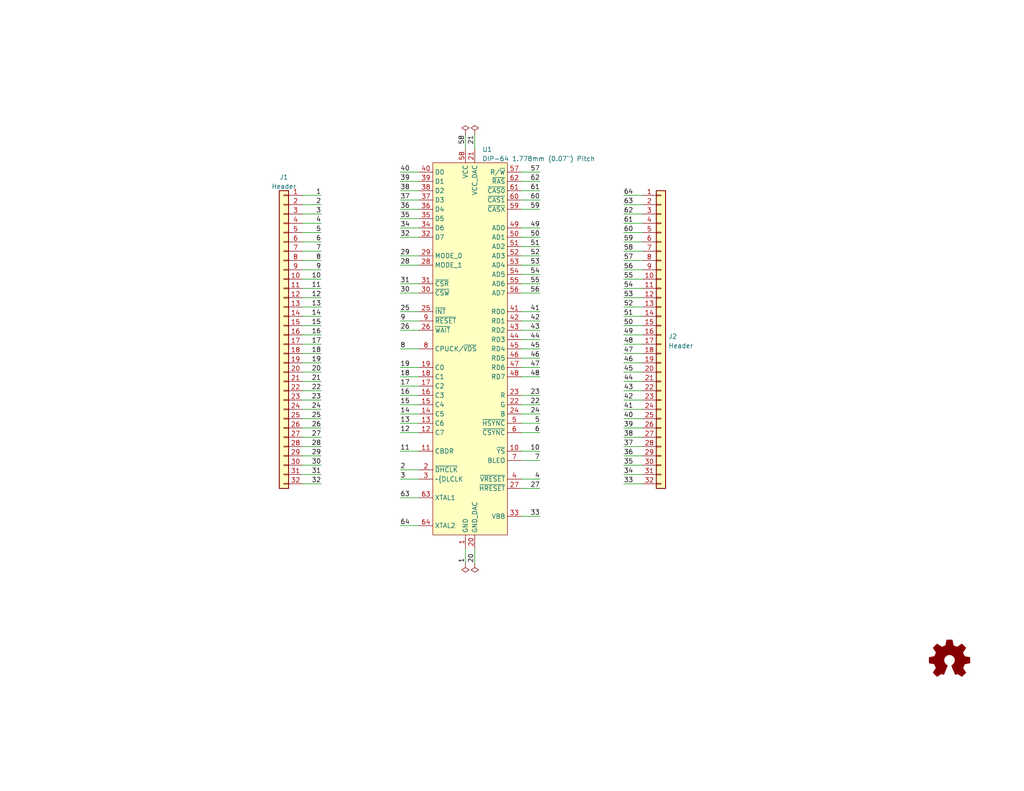
<source format=kicad_sch>
(kicad_sch (version 20230121) (generator eeschema)
  (paper "USLetter")
  (title_block (title "68-pin 1.778mm to 2.54mm DIP adaptor") (date "2023-08-24") (rev "1") (company "Frédéric Segard") (comment 1 "@microhobbyist"))
  (lib_symbols
    (symbol "0_Library:V9958"
      (property "Reference" "U" (at -10.16 0 0))
      (property "Value" "V9958" (at 10.16 0 0))
      (symbol "V9958_0_1"
        (rectangle (start -10.16 -1.27) (end 10.16 -102.87) (stroke (width 0.1524)) (fill (type background)))
      )
      (symbol "V9958_1_1"
        (pin power_in line (at -1.27 -106.68 90) (length 3.81) (name "GND") (number "1"))
        (pin output line (at 13.97 -80.01 180) (length 3.81) (name "~{YS}") (number "10"))
        (pin output line (at -13.97 -80.01 0) (length 3.81) (name "CBDR") (number "11"))
        (pin bidirectional line (at -13.97 -74.93 0) (length 3.81) (name "C7") (number "12"))
        (pin bidirectional line (at -13.97 -72.39 0) (length 3.81) (name "C6") (number "13"))
        (pin bidirectional line (at -13.97 -69.85 0) (length 3.81) (name "C5") (number "14"))
        (pin bidirectional line (at -13.97 -67.31 0) (length 3.81) (name "C4") (number "15"))
        (pin bidirectional line (at -13.97 -64.77 0) (length 3.81) (name "C3") (number "16"))
        (pin bidirectional line (at -13.97 -62.23 0) (length 3.81) (name "C2") (number "17"))
        (pin bidirectional line (at -13.97 -59.69 0) (length 3.81) (name "C1") (number "18"))
        (pin bidirectional line (at -13.97 -57.15 0) (length 3.81) (name "C0") (number "19"))
        (pin open_collector line (at -13.97 -85.09 0) (length 3.81) (name "~{DHCLK}") (number "2"))
        (pin power_in line (at 1.27 -106.68 90) (length 3.81) (name "GND_DAC") (number "20"))
        (pin power_in line (at 1.27 2.54 270) (length 3.81) (name "VCC_DAC") (number "21"))
        (pin output line (at 13.97 -67.31 180) (length 3.81) (name "G") (number "22"))
        (pin output line (at 13.97 -64.77 180) (length 3.81) (name "R") (number "23"))
        (pin output line (at 13.97 -69.85 180) (length 3.81) (name "B") (number "24"))
        (pin output line (at -13.97 -41.91 0) (length 3.81) (name "~{INT}") (number "25"))
        (pin output line (at -13.97 -46.99 0) (length 3.81) (name "~{WAIT}") (number "26"))
        (pin input line (at 13.97 -90.17 180) (length 3.81) (name "~{HRESET}") (number "27"))
        (pin input line (at -13.97 -29.21 0) (length 3.81) (name "MODE_1") (number "28"))
        (pin input line (at -13.97 -26.67 0) (length 3.81) (name "MODE_0") (number "29"))
        (pin open_collector line (at -13.97 -87.63 0) (length 3.81) (name "~{DLCLK") (number "3"))
        (pin input line (at -13.97 -36.83 0) (length 3.81) (name "~{CSW}") (number "30"))
        (pin input line (at -13.97 -34.29 0) (length 3.81) (name "~{CSR}") (number "31"))
        (pin bidirectional line (at -13.97 -21.59 0) (length 3.81) (name "D7") (number "32"))
        (pin output line (at 13.97 -97.79 180) (length 3.81) (name "VBB") (number "33"))
        (pin bidirectional line (at -13.97 -19.05 0) (length 3.81) (name "D6") (number "34"))
        (pin bidirectional line (at -13.97 -16.51 0) (length 3.81) (name "D5") (number "35"))
        (pin bidirectional line (at -13.97 -13.97 0) (length 3.81) (name "D4") (number "36"))
        (pin bidirectional line (at -13.97 -11.43 0) (length 3.81) (name "D3") (number "37"))
        (pin bidirectional line (at -13.97 -8.89 0) (length 3.81) (name "D2") (number "38"))
        (pin bidirectional line (at -13.97 -6.35 0) (length 3.81) (name "D1") (number "39"))
        (pin input line (at 13.97 -87.63 180) (length 3.81) (name "~{VRESET}") (number "4"))
        (pin bidirectional line (at -13.97 -3.81 0) (length 3.81) (name "D0") (number "40"))
        (pin bidirectional line (at 13.97 -41.91 180) (length 3.81) (name "RD0") (number "41"))
        (pin bidirectional line (at 13.97 -44.45 180) (length 3.81) (name "RD1") (number "42"))
        (pin bidirectional line (at 13.97 -46.99 180) (length 3.81) (name "RD2") (number "43"))
        (pin bidirectional line (at 13.97 -49.53 180) (length 3.81) (name "RD3") (number "44"))
        (pin bidirectional line (at 13.97 -52.07 180) (length 3.81) (name "RD4") (number "45"))
        (pin bidirectional line (at 13.97 -54.61 180) (length 3.81) (name "RD5") (number "46"))
        (pin bidirectional line (at 13.97 -57.15 180) (length 3.81) (name "RD6") (number "47"))
        (pin bidirectional line (at 13.97 -59.69 180) (length 3.81) (name "RD7") (number "48"))
        (pin output line (at 13.97 -19.05 180) (length 3.81) (name "AD0") (number "49"))
        (pin output line (at 13.97 -72.39 180) (length 3.81) (name "~{HSYNC}") (number "5"))
        (pin output line (at 13.97 -21.59 180) (length 3.81) (name "AD1") (number "50"))
        (pin output line (at 13.97 -24.13 180) (length 3.81) (name "AD2") (number "51"))
        (pin output line (at 13.97 -26.67 180) (length 3.81) (name "AD3") (number "52"))
        (pin output line (at 13.97 -29.21 180) (length 3.81) (name "AD4") (number "53"))
        (pin output line (at 13.97 -31.75 180) (length 3.81) (name "AD5") (number "54"))
        (pin output line (at 13.97 -34.29 180) (length 3.81) (name "AD6") (number "55"))
        (pin output line (at 13.97 -36.83 180) (length 3.81) (name "AD7") (number "56"))
        (pin output line (at 13.97 -3.81 180) (length 3.81) (name "R/~{W}") (number "57"))
        (pin power_in line (at -1.27 2.54 270) (length 3.81) (name "VCC") (number "58"))
        (pin output line (at 13.97 -13.97 180) (length 3.81) (name "~{CASX}") (number "59"))
        (pin output line (at 13.97 -74.93 180) (length 3.81) (name "~{CSYNC}") (number "6"))
        (pin output line (at 13.97 -11.43 180) (length 3.81) (name "~{CAS1}") (number "60"))
        (pin output line (at 13.97 -8.89 180) (length 3.81) (name "~{CAS0}") (number "61"))
        (pin output line (at 13.97 -6.35 180) (length 3.81) (name "~{RAS}") (number "62"))
        (pin input line (at -13.97 -92.71 0) (length 3.81) (name "XTAL1") (number "63"))
        (pin input line (at -13.97 -100.33 0) (length 3.81) (name "XTAL2") (number "64"))
        (pin open_collector line (at 13.97 -82.55 180) (length 3.81) (name "BLEO") (number "7"))
        (pin output line (at -13.97 -52.07 0) (length 3.81) (name "CPUCK/~{VDS}") (number "8"))
        (pin input line (at -13.97 -44.45 0) (length 3.81) (name "~{RESET}") (number "9"))
      )
    )
    (symbol "Connector_Generic:Conn_01x32" (pin_names (offset 1.016) hide)
      (property "Reference" "J" (at 0 40.64 0))
      (property "Value" "Conn_01x32" (at 0 -43.18 0))
      (symbol "Conn_01x32_1_1"
        (rectangle (start -1.27 -40.513) (end 0 -40.767) (stroke (width 0.1524)))
        (rectangle (start -1.27 -37.973) (end 0 -38.227) (stroke (width 0.1524)))
        (rectangle (start -1.27 -35.433) (end 0 -35.687) (stroke (width 0.1524)))
        (rectangle (start -1.27 -32.893) (end 0 -33.147) (stroke (width 0.1524)))
        (rectangle (start -1.27 -30.353) (end 0 -30.607) (stroke (width 0.1524)))
        (rectangle (start -1.27 -27.813) (end 0 -28.067) (stroke (width 0.1524)))
        (rectangle (start -1.27 -25.273) (end 0 -25.527) (stroke (width 0.1524)))
        (rectangle (start -1.27 -22.733) (end 0 -22.987) (stroke (width 0.1524)))
        (rectangle (start -1.27 -20.193) (end 0 -20.447) (stroke (width 0.1524)))
        (rectangle (start -1.27 -17.653) (end 0 -17.907) (stroke (width 0.1524)))
        (rectangle (start -1.27 -15.113) (end 0 -15.367) (stroke (width 0.1524)))
        (rectangle (start -1.27 -12.573) (end 0 -12.827) (stroke (width 0.1524)))
        (rectangle (start -1.27 -10.033) (end 0 -10.287) (stroke (width 0.1524)))
        (rectangle (start -1.27 -7.493) (end 0 -7.747) (stroke (width 0.1524)))
        (rectangle (start -1.27 -4.953) (end 0 -5.207) (stroke (width 0.1524)))
        (rectangle (start -1.27 -2.413) (end 0 -2.667) (stroke (width 0.1524)))
        (rectangle (start -1.27 0.127) (end 0 -0.127) (stroke (width 0.1524)))
        (rectangle (start -1.27 2.667) (end 0 2.413) (stroke (width 0.1524)))
        (rectangle (start -1.27 5.207) (end 0 4.953) (stroke (width 0.1524)))
        (rectangle (start -1.27 7.747) (end 0 7.493) (stroke (width 0.1524)))
        (rectangle (start -1.27 10.287) (end 0 10.033) (stroke (width 0.1524)))
        (rectangle (start -1.27 12.827) (end 0 12.573) (stroke (width 0.1524)))
        (rectangle (start -1.27 15.367) (end 0 15.113) (stroke (width 0.1524)))
        (rectangle (start -1.27 17.907) (end 0 17.653) (stroke (width 0.1524)))
        (rectangle (start -1.27 20.447) (end 0 20.193) (stroke (width 0.1524)))
        (rectangle (start -1.27 22.987) (end 0 22.733) (stroke (width 0.1524)))
        (rectangle (start -1.27 25.527) (end 0 25.273) (stroke (width 0.1524)))
        (rectangle (start -1.27 28.067) (end 0 27.813) (stroke (width 0.1524)))
        (rectangle (start -1.27 30.607) (end 0 30.353) (stroke (width 0.1524)))
        (rectangle (start -1.27 33.147) (end 0 32.893) (stroke (width 0.1524)))
        (rectangle (start -1.27 35.687) (end 0 35.433) (stroke (width 0.1524)))
        (rectangle (start -1.27 38.227) (end 0 37.973) (stroke (width 0.1524)))
        (rectangle (start -1.27 39.37) (end 1.27 -41.91) (stroke (width 0.254)) (fill (type background)))
        (pin passive line (at -5.08 38.1 0) (length 3.81) (name "Pin_1") (number "1"))
        (pin passive line (at -5.08 15.24 0) (length 3.81) (name "Pin_10") (number "10"))
        (pin passive line (at -5.08 12.7 0) (length 3.81) (name "Pin_11") (number "11"))
        (pin passive line (at -5.08 10.16 0) (length 3.81) (name "Pin_12") (number "12"))
        (pin passive line (at -5.08 7.62 0) (length 3.81) (name "Pin_13") (number "13"))
        (pin passive line (at -5.08 5.08 0) (length 3.81) (name "Pin_14") (number "14"))
        (pin passive line (at -5.08 2.54 0) (length 3.81) (name "Pin_15") (number "15"))
        (pin passive line (at -5.08 0 0) (length 3.81) (name "Pin_16") (number "16"))
        (pin passive line (at -5.08 -2.54 0) (length 3.81) (name "Pin_17") (number "17"))
        (pin passive line (at -5.08 -5.08 0) (length 3.81) (name "Pin_18") (number "18"))
        (pin passive line (at -5.08 -7.62 0) (length 3.81) (name "Pin_19") (number "19"))
        (pin passive line (at -5.08 35.56 0) (length 3.81) (name "Pin_2") (number "2"))
        (pin passive line (at -5.08 -10.16 0) (length 3.81) (name "Pin_20") (number "20"))
        (pin passive line (at -5.08 -12.7 0) (length 3.81) (name "Pin_21") (number "21"))
        (pin passive line (at -5.08 -15.24 0) (length 3.81) (name "Pin_22") (number "22"))
        (pin passive line (at -5.08 -17.78 0) (length 3.81) (name "Pin_23") (number "23"))
        (pin passive line (at -5.08 -20.32 0) (length 3.81) (name "Pin_24") (number "24"))
        (pin passive line (at -5.08 -22.86 0) (length 3.81) (name "Pin_25") (number "25"))
        (pin passive line (at -5.08 -25.4 0) (length 3.81) (name "Pin_26") (number "26"))
        (pin passive line (at -5.08 -27.94 0) (length 3.81) (name "Pin_27") (number "27"))
        (pin passive line (at -5.08 -30.48 0) (length 3.81) (name "Pin_28") (number "28"))
        (pin passive line (at -5.08 -33.02 0) (length 3.81) (name "Pin_29") (number "29"))
        (pin passive line (at -5.08 33.02 0) (length 3.81) (name "Pin_3") (number "3"))
        (pin passive line (at -5.08 -35.56 0) (length 3.81) (name "Pin_30") (number "30"))
        (pin passive line (at -5.08 -38.1 0) (length 3.81) (name "Pin_31") (number "31"))
        (pin passive line (at -5.08 -40.64 0) (length 3.81) (name "Pin_32") (number "32"))
        (pin passive line (at -5.08 30.48 0) (length 3.81) (name "Pin_4") (number "4"))
        (pin passive line (at -5.08 27.94 0) (length 3.81) (name "Pin_5") (number "5"))
        (pin passive line (at -5.08 25.4 0) (length 3.81) (name "Pin_6") (number "6"))
        (pin passive line (at -5.08 22.86 0) (length 3.81) (name "Pin_7") (number "7"))
        (pin passive line (at -5.08 20.32 0) (length 3.81) (name "Pin_8") (number "8"))
        (pin passive line (at -5.08 17.78 0) (length 3.81) (name "Pin_9") (number "9"))
      )
    )
    (symbol "Graphic:Logo_Open_Hardware_Small" (in_bom no) (on_board no)
      (symbol "Logo_Open_Hardware_Small_0_1"
        (polyline (pts (xy 3.3528 -4.3434) (xy 3.302 -4.318) (xy 3.175 -4.2418) (xy 2.9972 -4.1148) (xy 2.7686 -3.9624) (xy 2.54 -3.81) (xy 2.3622 -3.7084) (xy 2.2352 -3.6068) (xy 2.1844 -3.5814) (xy 2.159 -3.6068) (xy 2.0574 -3.6576) (xy 1.905 -3.7338) (xy 1.8034 -3.7846) (xy 1.6764 -3.8354) (xy 1.6002 -3.8354) (xy 1.6002 -3.8354) (xy 1.5494 -3.7338) (xy 1.4732 -3.5306) (xy 1.3462 -3.302) (xy 1.2446 -3.0226) (xy 1.1176 -2.7178) (xy 0.9652 -2.413) (xy 0.8636 -2.1082) (xy 0.7366 -1.8288) (xy 0.6604 -1.6256) (xy 0.6096 -1.4732) (xy 0.5842 -1.397) (xy 0.5842 -1.397) (xy 0.6604 -1.3208) (xy 0.7874 -1.2446) (xy 1.0414 -1.016) (xy 1.2954 -0.6858) (xy 1.4478 -0.3302) (xy 1.524 0.0762) (xy 1.4732 0.4572) (xy 1.3208 0.8128) (xy 1.0668 1.143) (xy 0.762 1.3716) (xy 0.4064 1.524) (xy 0 1.5748) (xy -0.381 1.5494) (xy -0.7366 1.397) (xy -1.0668 1.143) (xy -1.2192 0.9906) (xy -1.397 0.6604) (xy -1.524 0.3048) (xy -1.524 0.2286) (xy -1.4986 -0.1778) (xy -1.397 -0.5334) (xy -1.1938 -0.8636) (xy -0.9144 -1.143) (xy -0.8636 -1.1684) (xy -0.7366 -1.27) (xy -0.635 -1.3462) (xy -0.5842 -1.397) (xy -1.0668 -2.5908) (xy -1.143 -2.794) (xy -1.2954 -3.1242) (xy -1.397 -3.4036) (xy -1.4986 -3.6322) (xy -1.5748 -3.7846) (xy -1.6002 -3.8354) (xy -1.6002 -3.8354) (xy -1.651 -3.8354) (xy -1.7272 -3.81) (xy -1.905 -3.7338) (xy -2.0066 -3.683) (xy -2.1336 -3.6068) (xy -2.2098 -3.5814) (xy -2.2606 -3.6068) (xy -2.3622 -3.683) (xy -2.54 -3.81) (xy -2.7686 -3.9624) (xy -2.9718 -4.0894) (xy -3.1496 -4.2164) (xy -3.302 -4.318) (xy -3.3528 -4.3434) (xy -3.3782 -4.3434) (xy -3.429 -4.318) (xy -3.5306 -4.2164) (xy -3.7084 -4.064) (xy -3.937 -3.8354) (xy -3.9624 -3.81) (xy -4.1656 -3.6068) (xy -4.318 -3.4544) (xy -4.4196 -3.3274) (xy -4.445 -3.2766) (xy -4.445 -3.2766) (xy -4.4196 -3.2258) (xy -4.318 -3.0734) (xy -4.2164 -2.8956) (xy -4.064 -2.667) (xy -3.6576 -2.0828) (xy -3.8862 -1.5494) (xy -3.937 -1.3716) (xy -4.0386 -1.1684) (xy -4.0894 -1.0414) (xy -4.1148 -0.9652) (xy -4.191 -0.9398) (xy -4.318 -0.9144) (xy -4.5466 -0.8636) (xy -4.8006 -0.8128) (xy -5.0546 -0.7874) (xy -5.2578 -0.7366) (xy -5.4356 -0.7112) (xy -5.5118 -0.6858) (xy -5.5118 -0.6858) (xy -5.5372 -0.635) (xy -5.5372 -0.5588) (xy -5.5372 -0.4318) (xy -5.5626 -0.2286) (xy -5.5626 0.0762) (xy -5.5626 0.127) (xy -5.5372 0.4064) (xy -5.5372 0.635) (xy -5.5372 0.762) (xy -5.5372 0.8382) (xy -5.5372 0.8382) (xy -5.461 0.8382) (xy -5.3086 0.889) (xy -5.08 0.9144) (xy -4.826 0.9652) (xy -4.8006 0.9906) (xy -4.5466 1.0414) (xy -4.318 1.0668) (xy -4.1656 1.1176) (xy -4.0894 1.143) (xy -4.0894 1.143) (xy -4.0386 1.2446) (xy -3.9624 1.4224) (xy -3.8608 1.6256) (xy -3.7846 1.8288) (xy -3.7084 2.0066) (xy -3.6576 2.159) (xy -3.6322 2.2098) (xy -3.6322 2.2098) (xy -3.683 2.286) (xy -3.7592 2.413) (xy -3.8862 2.5908) (xy -4.064 2.8194) (xy -4.064 2.8448) (xy -4.2164 3.0734) (xy -4.3434 3.2512) (xy -4.4196 3.3782) (xy -4.445 3.4544) (xy -4.445 3.4544) (xy -4.3942 3.5052) (xy -4.2926 3.6322) (xy -4.1148 3.81) (xy -3.937 4.0132) (xy -3.8608 4.064) (xy -3.6576 4.2926) (xy -3.5052 4.4196) (xy -3.4036 4.4958) (xy -3.3528 4.5212) (xy -3.3528 4.5212) (xy -3.302 4.4704) (xy -3.1496 4.3688) (xy -2.9718 4.2418) (xy -2.7432 4.0894) (xy -2.7178 4.0894) (xy -2.4892 3.937) (xy -2.3114 3.81) (xy -2.1844 3.7084) (xy -2.1336 3.683) (xy -2.1082 3.683) (xy -2.032 3.7084) (xy -1.8542 3.7592) (xy -1.6764 3.8354) (xy -1.4732 3.937) (xy -1.27 4.0132) (xy -1.143 4.064) (xy -1.0668 4.1148) (xy -1.0668 4.1148) (xy -1.0414 4.191) (xy -1.016 4.3434) (xy -0.9652 4.572) (xy -0.9144 4.8514) (xy -0.889 4.9022) (xy -0.8382 5.1562) (xy -0.8128 5.3848) (xy -0.7874 5.5372) (xy -0.762 5.588) (xy -0.7112 5.6134) (xy -0.5842 5.6134) (xy -0.4064 5.6134) (xy -0.1524 5.6134) (xy 0.0762 5.6134) (xy 0.3302 5.6134) (xy 0.5334 5.6134) (xy 0.6858 5.588) (xy 0.7366 5.588) (xy 0.7366 5.588) (xy 0.762 5.5118) (xy 0.8128 5.334) (xy 0.8382 5.1054) (xy 0.9144 4.826) (xy 0.9144 4.7752) (xy 0.9652 4.5212) (xy 1.016 4.2926) (xy 1.0414 4.1402) (xy 1.0668 4.0894) (xy 1.0668 4.0894) (xy 1.1938 4.0386) (xy 1.3716 3.9624) (xy 1.5748 3.8608) (xy 2.0828 3.6576) (xy 2.7178 4.0894) (xy 2.7686 4.1402) (xy 2.9972 4.2926) (xy 3.175 4.4196) (xy 3.302 4.4958) (xy 3.3782 4.5212) (xy 3.3782 4.5212) (xy 3.429 4.4704) (xy 3.556 4.3434) (xy 3.7338 4.191) (xy 3.9116 3.9878) (xy 4.064 3.8354) (xy 4.2418 3.6576) (xy 4.3434 3.556) (xy 4.4196 3.4798) (xy 4.4196 3.429) (xy 4.4196 3.4036) (xy 4.3942 3.3274) (xy 4.2926 3.2004) (xy 4.1656 2.9972) (xy 4.0132 2.794) (xy 3.8862 2.5908) (xy 3.7592 2.3876) (xy 3.6576 2.2352) (xy 3.6322 2.159) (xy 3.6322 2.1336) (xy 3.683 2.0066) (xy 3.7592 1.8288) (xy 3.8608 1.6002) (xy 4.064 1.1176) (xy 4.3942 1.0414) (xy 4.5974 1.016) (xy 4.8768 0.9652) (xy 5.1308 0.9144) (xy 5.5372 0.8382) (xy 5.5626 -0.6604) (xy 5.4864 -0.6858) (xy 5.4356 -0.6858) (xy 5.2832 -0.7366) (xy 5.0546 -0.762) (xy 4.8006 -0.8128) (xy 4.5974 -0.8636) (xy 4.3688 -0.9144) (xy 4.2164 -0.9398) (xy 4.1402 -0.9398) (xy 4.1148 -0.9652) (xy 4.064 -1.0668) (xy 3.9878 -1.2446) (xy 3.9116 -1.4478) (xy 3.81 -1.651) (xy 3.7338 -1.8542) (xy 3.683 -2.0066) (xy 3.6576 -2.0828) (xy 3.683 -2.1336) (xy 3.7846 -2.2606) (xy 3.8862 -2.4638) (xy 4.0386 -2.667) (xy 4.191 -2.8956) (xy 4.318 -3.0734) (xy 4.3942 -3.2004) (xy 4.445 -3.2766) (xy 4.4196 -3.3274) (xy 4.3434 -3.429) (xy 4.1656 -3.5814) (xy 3.937 -3.8354) (xy 3.8862 -3.8608) (xy 3.683 -4.064) (xy 3.5306 -4.2164) (xy 3.4036 -4.318) (xy 3.3528 -4.3434)) (fill (type outline)))
      )
    )
    (symbol "PWR_FLAG_1" (power) (pin_numbers hide) (pin_names (offset 0) hide)
      (property "Value" "PWR_FLAG_1" (at 0 3.81 0))
      (symbol "PWR_FLAG_1_0_0"
        (pin power_out line (at 0 0 90) (length 0) (name "pwr") (number "1"))
      )
      (symbol "PWR_FLAG_1_0_1"
        (polyline (pts (xy 0 0) (xy 0 1.27) (xy -1.016 1.905) (xy 0 2.54) (xy 1.016 1.905) (xy 0 1.27)))
      )
    )
  )
  (wire (pts (xy 170.18 99.06) (xy 175.26 99.06)))
  (wire (pts (xy 170.18 114.3) (xy 175.26 114.3)))
  (wire (pts (xy 170.18 129.54) (xy 175.26 129.54)))
  (wire (pts (xy 170.18 66.04) (xy 175.26 66.04)))
  (wire (pts (xy 109.22 95.25) (xy 114.3 95.25)))
  (wire (pts (xy 82.55 119.38) (xy 87.63 119.38)))
  (wire (pts (xy 82.55 66.04) (xy 87.63 66.04)))
  (wire (pts (xy 142.24 49.53) (xy 147.32 49.53)))
  (wire (pts (xy 82.55 58.42) (xy 87.63 58.42)))
  (wire (pts (xy 170.18 83.82) (xy 175.26 83.82)))
  (wire (pts (xy 142.24 123.19) (xy 147.32 123.19)))
  (wire (pts (xy 142.24 85.09) (xy 147.32 85.09)))
  (wire (pts (xy 142.24 140.97) (xy 147.32 140.97)))
  (wire (pts (xy 109.22 128.27) (xy 114.3 128.27)))
  (wire (pts (xy 82.55 124.46) (xy 87.63 124.46)))
  (wire (pts (xy 142.24 77.47) (xy 147.32 77.47)))
  (wire (pts (xy 142.24 95.25) (xy 147.32 95.25)))
  (wire (pts (xy 109.22 135.89) (xy 114.3 135.89)))
  (wire (pts (xy 142.24 118.11) (xy 147.32 118.11)))
  (wire (pts (xy 170.18 96.52) (xy 175.26 96.52)))
  (wire (pts (xy 142.24 46.99) (xy 147.32 46.99)))
  (wire (pts (xy 170.18 127) (xy 175.26 127)))
  (wire (pts (xy 109.22 49.53) (xy 114.3 49.53)))
  (wire (pts (xy 82.55 109.22) (xy 87.63 109.22)))
  (wire (pts (xy 82.55 96.52) (xy 87.63 96.52)))
  (wire (pts (xy 109.22 90.17) (xy 114.3 90.17)))
  (wire (pts (xy 82.55 86.36) (xy 87.63 86.36)))
  (wire (pts (xy 170.18 71.12) (xy 175.26 71.12)))
  (wire (pts (xy 82.55 60.96) (xy 87.63 60.96)))
  (wire (pts (xy 82.55 132.08) (xy 87.63 132.08)))
  (wire (pts (xy 82.55 73.66) (xy 87.63 73.66)))
  (wire (pts (xy 109.22 102.87) (xy 114.3 102.87)))
  (wire (pts (xy 142.24 110.49) (xy 147.32 110.49)))
  (wire (pts (xy 109.22 118.11) (xy 114.3 118.11)))
  (wire (pts (xy 127 36.83) (xy 127 40.64)))
  (wire (pts (xy 82.55 99.06) (xy 87.63 99.06)))
  (wire (pts (xy 142.24 102.87) (xy 147.32 102.87)))
  (wire (pts (xy 142.24 80.01) (xy 147.32 80.01)))
  (wire (pts (xy 170.18 116.84) (xy 175.26 116.84)))
  (wire (pts (xy 109.22 87.63) (xy 114.3 87.63)))
  (wire (pts (xy 170.18 88.9) (xy 175.26 88.9)))
  (wire (pts (xy 170.18 121.92) (xy 175.26 121.92)))
  (wire (pts (xy 142.24 72.39) (xy 147.32 72.39)))
  (wire (pts (xy 82.55 91.44) (xy 87.63 91.44)))
  (wire (pts (xy 129.54 149.86) (xy 129.54 153.67)))
  (wire (pts (xy 82.55 93.98) (xy 87.63 93.98)))
  (wire (pts (xy 109.22 46.99) (xy 114.3 46.99)))
  (wire (pts (xy 82.55 78.74) (xy 87.63 78.74)))
  (wire (pts (xy 82.55 71.12) (xy 87.63 71.12)))
  (wire (pts (xy 109.22 123.19) (xy 114.3 123.19)))
  (wire (pts (xy 142.24 125.73) (xy 147.32 125.73)))
  (wire (pts (xy 82.55 101.6) (xy 87.63 101.6)))
  (wire (pts (xy 170.18 132.08) (xy 175.26 132.08)))
  (wire (pts (xy 109.22 59.69) (xy 114.3 59.69)))
  (wire (pts (xy 170.18 124.46) (xy 175.26 124.46)))
  (wire (pts (xy 82.55 88.9) (xy 87.63 88.9)))
  (wire (pts (xy 170.18 58.42) (xy 175.26 58.42)))
  (wire (pts (xy 109.22 72.39) (xy 114.3 72.39)))
  (wire (pts (xy 170.18 104.14) (xy 175.26 104.14)))
  (wire (pts (xy 142.24 69.85) (xy 147.32 69.85)))
  (wire (pts (xy 109.22 54.61) (xy 114.3 54.61)))
  (wire (pts (xy 170.18 53.34) (xy 175.26 53.34)))
  (wire (pts (xy 170.18 55.88) (xy 175.26 55.88)))
  (wire (pts (xy 142.24 54.61) (xy 147.32 54.61)))
  (wire (pts (xy 109.22 80.01) (xy 114.3 80.01)))
  (wire (pts (xy 109.22 115.57) (xy 114.3 115.57)))
  (wire (pts (xy 170.18 101.6) (xy 175.26 101.6)))
  (wire (pts (xy 142.24 133.35) (xy 147.32 133.35)))
  (wire (pts (xy 109.22 57.15) (xy 114.3 57.15)))
  (wire (pts (xy 82.55 81.28) (xy 87.63 81.28)))
  (wire (pts (xy 82.55 121.92) (xy 87.63 121.92)))
  (wire (pts (xy 109.22 113.03) (xy 114.3 113.03)))
  (wire (pts (xy 170.18 63.5) (xy 175.26 63.5)))
  (wire (pts (xy 142.24 130.81) (xy 147.32 130.81)))
  (wire (pts (xy 82.55 104.14) (xy 87.63 104.14)))
  (wire (pts (xy 142.24 115.57) (xy 147.32 115.57)))
  (wire (pts (xy 82.55 55.88) (xy 87.63 55.88)))
  (wire (pts (xy 170.18 93.98) (xy 175.26 93.98)))
  (wire (pts (xy 109.22 64.77) (xy 114.3 64.77)))
  (wire (pts (xy 142.24 107.95) (xy 147.32 107.95)))
  (wire (pts (xy 170.18 119.38) (xy 175.26 119.38)))
  (wire (pts (xy 129.54 36.83) (xy 129.54 40.64)))
  (wire (pts (xy 170.18 78.74) (xy 175.26 78.74)))
  (wire (pts (xy 82.55 129.54) (xy 87.63 129.54)))
  (wire (pts (xy 170.18 73.66) (xy 175.26 73.66)))
  (wire (pts (xy 82.55 111.76) (xy 87.63 111.76)))
  (wire (pts (xy 82.55 63.5) (xy 87.63 63.5)))
  (wire (pts (xy 170.18 86.36) (xy 175.26 86.36)))
  (wire (pts (xy 109.22 105.41) (xy 114.3 105.41)))
  (wire (pts (xy 82.55 83.82) (xy 87.63 83.82)))
  (wire (pts (xy 82.55 116.84) (xy 87.63 116.84)))
  (wire (pts (xy 142.24 87.63) (xy 147.32 87.63)))
  (wire (pts (xy 170.18 68.58) (xy 175.26 68.58)))
  (wire (pts (xy 109.22 143.51) (xy 114.3 143.51)))
  (wire (pts (xy 82.55 114.3) (xy 87.63 114.3)))
  (wire (pts (xy 109.22 107.95) (xy 114.3 107.95)))
  (wire (pts (xy 142.24 57.15) (xy 147.32 57.15)))
  (wire (pts (xy 142.24 100.33) (xy 147.32 100.33)))
  (wire (pts (xy 142.24 67.31) (xy 147.32 67.31)))
  (wire (pts (xy 109.22 130.81) (xy 114.3 130.81)))
  (wire (pts (xy 170.18 106.68) (xy 175.26 106.68)))
  (wire (pts (xy 170.18 81.28) (xy 175.26 81.28)))
  (wire (pts (xy 170.18 91.44) (xy 175.26 91.44)))
  (wire (pts (xy 109.22 110.49) (xy 114.3 110.49)))
  (wire (pts (xy 109.22 52.07) (xy 114.3 52.07)))
  (wire (pts (xy 142.24 90.17) (xy 147.32 90.17)))
  (wire (pts (xy 142.24 74.93) (xy 147.32 74.93)))
  (wire (pts (xy 142.24 64.77) (xy 147.32 64.77)))
  (wire (pts (xy 142.24 62.23) (xy 147.32 62.23)))
  (wire (pts (xy 142.24 52.07) (xy 147.32 52.07)))
  (wire (pts (xy 127 149.86) (xy 127 153.67)))
  (wire (pts (xy 142.24 97.79) (xy 147.32 97.79)))
  (wire (pts (xy 82.55 53.34) (xy 87.63 53.34)))
  (wire (pts (xy 82.55 68.58) (xy 87.63 68.58)))
  (wire (pts (xy 142.24 92.71) (xy 147.32 92.71)))
  (wire (pts (xy 170.18 109.22) (xy 175.26 109.22)))
  (wire (pts (xy 109.22 69.85) (xy 114.3 69.85)))
  (wire (pts (xy 82.55 76.2) (xy 87.63 76.2)))
  (wire (pts (xy 170.18 60.96) (xy 175.26 60.96)))
  (wire (pts (xy 109.22 85.09) (xy 114.3 85.09)))
  (wire (pts (xy 170.18 76.2) (xy 175.26 76.2)))
  (wire (pts (xy 109.22 77.47) (xy 114.3 77.47)))
  (wire (pts (xy 82.55 127) (xy 87.63 127)))
  (wire (pts (xy 170.18 111.76) (xy 175.26 111.76)))
  (wire (pts (xy 142.24 113.03) (xy 147.32 113.03)))
  (wire (pts (xy 109.22 62.23) (xy 114.3 62.23)))
  (wire (pts (xy 82.55 106.68) (xy 87.63 106.68)))
  (wire (pts (xy 109.22 100.33) (xy 114.3 100.33)))
  (label "1" (at 87.63 53.34 180))
  (label "47" (at 170.18 96.52 0))
  (label "7" (at 87.63 68.58 180))
  (label "7" (at 147.32 125.73 180))
  (label "2" (at 109.22 128.27 0))
  (label "28" (at 87.63 121.92 180))
  (label "36" (at 109.22 57.15 0))
  (label "58" (at 127 36.83 270))
  (label "18" (at 87.63 96.52 180))
  (label "41" (at 170.18 111.76 0))
  (label "3" (at 109.22 130.81 0))
  (label "44" (at 147.32 92.71 180))
  (label "25" (at 87.63 114.3 180))
  (label "38" (at 109.22 52.07 0))
  (label "16" (at 87.63 91.44 180))
  (label "48" (at 170.18 93.98 0))
  (label "4" (at 147.32 130.81 180))
  (label "23" (at 87.63 109.22 180))
  (label "37" (at 170.18 121.92 0))
  (label "39" (at 170.18 116.84 0))
  (label "60" (at 170.18 63.5 0))
  (label "19" (at 87.63 99.06 180))
  (label "26" (at 87.63 116.84 180))
  (label "34" (at 109.22 62.23 0))
  (label "35" (at 170.18 127 0))
  (label "38" (at 170.18 119.38 0))
  (label "54" (at 147.32 74.93 180))
  (label "42" (at 170.18 109.22 0))
  (label "2" (at 87.63 55.88 180))
  (label "14" (at 87.63 86.36 180))
  (label "11" (at 87.63 78.74 180))
  (label "49" (at 170.18 91.44 0))
  (label "63" (at 170.18 55.88 0))
  (label "5" (at 147.32 115.57 180))
  (label "24" (at 147.32 113.03 180))
  (label "63" (at 109.22 135.89 0))
  (label "55" (at 170.18 76.2 0))
  (label "19" (at 109.22 100.33 0))
  (label "11" (at 109.22 123.19 0))
  (label "10" (at 147.32 123.19 180))
  (label "64" (at 109.22 143.51 0))
  (label "35" (at 109.22 59.69 0))
  (label "9" (at 109.22 87.63 0))
  (label "64" (at 170.18 53.34 0))
  (label "36" (at 170.18 124.46 0))
  (label "59" (at 170.18 66.04 0))
  (label "51" (at 170.18 86.36 0))
  (label "15" (at 109.22 110.49 0))
  (label "27" (at 87.63 119.38 180))
  (label "41" (at 147.32 85.09 180))
  (label "61" (at 147.32 52.07 180))
  (label "4" (at 87.63 60.96 180))
  (label "48" (at 147.32 102.87 180))
  (label "44" (at 170.18 104.14 0))
  (label "18" (at 109.22 102.87 0))
  (label "13" (at 109.22 115.57 0))
  (label "9" (at 87.63 73.66 180))
  (label "6" (at 147.32 118.11 180))
  (label "43" (at 147.32 90.17 180))
  (label "27" (at 147.32 133.35 180))
  (label "24" (at 87.63 111.76 180))
  (label "6" (at 87.63 66.04 180))
  (label "21" (at 87.63 104.14 180))
  (label "52" (at 147.32 69.85 180))
  (label "22" (at 87.63 106.68 180))
  (label "62" (at 170.18 58.42 0))
  (label "33" (at 147.32 140.97 180))
  (label "57" (at 147.32 46.99 180))
  (label "8" (at 109.22 95.25 0))
  (label "16" (at 109.22 107.95 0))
  (label "53" (at 170.18 81.28 0))
  (label "13" (at 87.63 83.82 180))
  (label "43" (at 170.18 106.68 0))
  (label "28" (at 109.22 72.39 0))
  (label "29" (at 87.63 124.46 180))
  (label "45" (at 170.18 101.6 0))
  (label "49" (at 147.32 62.23 180))
  (label "39" (at 109.22 49.53 0))
  (label "54" (at 170.18 78.74 0))
  (label "34" (at 170.18 129.54 0))
  (label "3" (at 87.63 58.42 180))
  (label "20" (at 129.54 153.67 90))
  (label "17" (at 87.63 93.98 180))
  (label "25" (at 109.22 85.09 0))
  (label "61" (at 170.18 60.96 0))
  (label "40" (at 109.22 46.99 0))
  (label "20" (at 87.63 101.6 180))
  (label "46" (at 170.18 99.06 0))
  (label "14" (at 109.22 113.03 0))
  (label "10" (at 87.63 76.2 180))
  (label "40" (at 170.18 114.3 0))
  (label "31" (at 87.63 129.54 180))
  (label "30" (at 109.22 80.01 0))
  (label "1" (at 127 153.67 90))
  (label "15" (at 87.63 88.9 180))
  (label "17" (at 109.22 105.41 0))
  (label "32" (at 87.63 132.08 180))
  (label "50" (at 147.32 64.77 180))
  (label "58" (at 170.18 68.58 0))
  (label "33" (at 170.18 132.08 0))
  (label "56" (at 170.18 73.66 0))
  (label "53" (at 147.32 72.39 180))
  (label "31" (at 109.22 77.47 0))
  (label "26" (at 109.22 90.17 0))
  (label "51" (at 147.32 67.31 180))
  (label "55" (at 147.32 77.47 180))
  (label "60" (at 147.32 54.61 180))
  (label "52" (at 170.18 83.82 0))
  (label "29" (at 109.22 69.85 0))
  (label "5" (at 87.63 63.5 180))
  (label "30" (at 87.63 127 180))
  (label "57" (at 170.18 71.12 0))
  (label "56" (at 147.32 80.01 180))
  (label "62" (at 147.32 49.53 180))
  (label "50" (at 170.18 88.9 0))
  (label "22" (at 147.32 110.49 180))
  (label "21" (at 129.54 36.83 270))
  (label "23" (at 147.32 107.95 180))
  (label "47" (at 147.32 100.33 180))
  (label "46" (at 147.32 97.79 180))
  (label "12" (at 109.22 118.11 0))
  (label "12" (at 87.63 81.28 180))
  (label "59" (at 147.32 57.15 180))
  (label "42" (at 147.32 87.63 180))
  (label "32" (at 109.22 64.77 0))
  (label "8" (at 87.63 71.12 180))
  (label "37" (at 109.22 54.61 0))
  (label "45" (at 147.32 95.25 180))
  (symbol (lib_id "Connector_Generic:Conn_01x32") (at 77.47 91.44 0) (mirror y) (unit 1)
    (property "Reference" "J1" (at 77.47 48.3702 0))
    (property "Value" "Header" (at 77.47 50.9071 0))
    (property "Footprint" "Connector_PinHeader_2.54mm:PinHeader_1x32_P2.54mm_Vertical" (effects hide))
  )
  (symbol (lib_id "Connector_Generic:Conn_01x32") (at 180.34 91.44 0) (unit 1)
    (property "Reference" "J2" (at 182.372 91.8753 0) (effects (justify left)))
    (property "Value" "Header" (at 182.372 94.4122 0) (effects (justify left)))
    (property "Footprint" "Connector_PinHeader_2.54mm:PinHeader_1x32_P2.54mm_Vertical" (effects hide))
  )
  (symbol (lib_name "PWR_FLAG_1") (lib_id "power:PWR_FLAG") (at 127 153.67 0) (mirror x) (unit 1)
    (property "Reference" "#FLG03" (effects hide))
    (property "Value" "PWR_FLAG" (effects hide))
  )
  (symbol (lib_name "PWR_FLAG_1") (lib_id "power:PWR_FLAG") (at 129.54 36.83 0) (unit 1)
    (property "Reference" "#FLG05" (effects hide))
    (property "Value" "PWR_FLAG" (effects hide))
  )
  (symbol (lib_id "Graphic:Logo_Open_Hardware_Small") (at 259.08 180.34 0) (unit 1) (in_bom no) (on_board no)
    (property "Reference" "#LOGO1" (effects hide))
    (property "Value" "Logo_Open_Hardware_Small" (effects hide))
    (property "Footprint" "Symbol:OSHW-Logo2_9.8x8mm_SilkScreen" (effects hide))
    (property "Sim.Enable" "0" (effects hide))
  )
  (symbol (lib_name "PWR_FLAG_1") (lib_id "power:PWR_FLAG") (at 127 36.83 0) (unit 1)
    (property "Reference" "#FLG01" (effects hide))
    (property "Value" "PWR_FLAG" (effects hide))
  )
  (symbol (lib_id "0_Library:V9958") (at 128.27 43.18 0) (unit 1)
    (property "Reference" "U1" (at 131.5594 40.801 0) (effects (justify left)))
    (property "Value" "DIP-64 1.778mm (0.07\") Pitch" (at 131.5594 43.3379 0) (effects (justify left)))
    (property "Footprint" "0_Library:DIP 64 1.778 pitch" (effects hide))
  )
  (symbol (lib_name "PWR_FLAG_1") (lib_id "power:PWR_FLAG") (at 129.54 153.67 0) (mirror x) (unit 1)
    (property "Reference" "#FLG02" (effects hide))
    (property "Value" "PWR_FLAG" (effects hide))
  )
)
</source>
